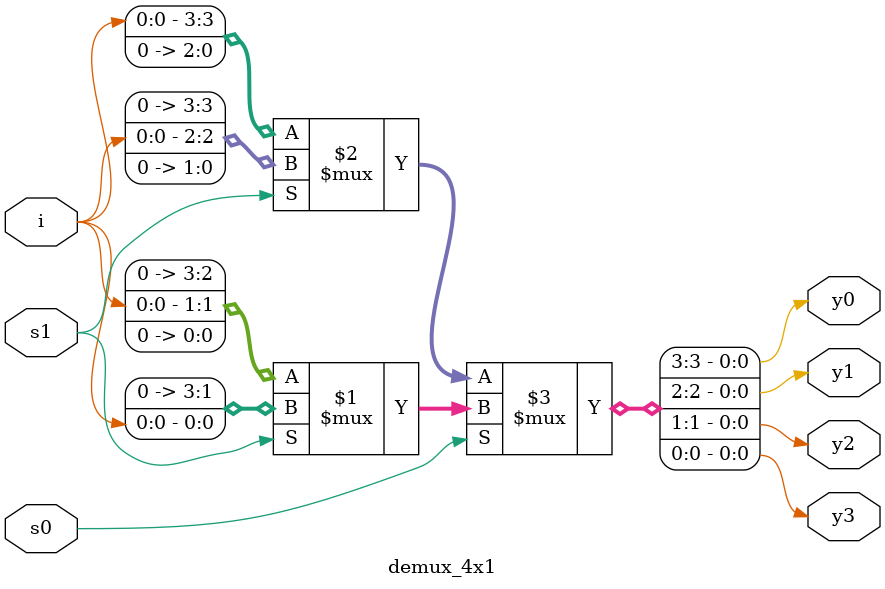
<source format=v>
module demux_4x1(input s0,s1,i,output y0,y1,y2,y3);

assign {y0,y1,y2,y3}=(s0?(s1?{1'b0,1'b0,1'b0,i}:{1'b0,1'b0,i,1'b0}):(s1?{1'b0,i,1'b0,1'b0}:{i,1'b0,1'b0,1'b0}));

endmodule



</source>
